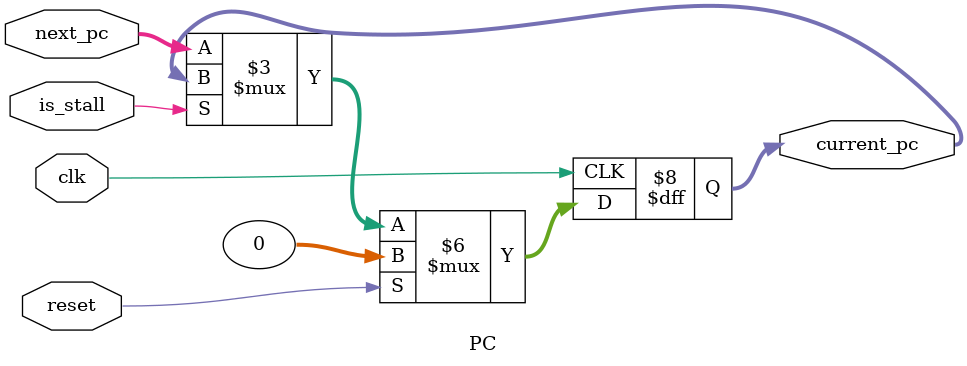
<source format=v>
`include "opcodes.v"
`include "alu_opcodes.v"

module PC(input	reset,
          input clk,
          input is_stall,
          input [31:0] next_pc, // next pc state
          output reg [31:0] current_pc); // current pc state
    
    // Todo
    // update PC at every clock cycle
    // Initialize current pc state
    always @(posedge clk) begin
        // Reset current_pc
        if (reset) begin
            current_pc <= 0;
        end
        else if(is_stall) begin
            current_pc <= current_pc;
        end
        else begin
            current_pc <= next_pc;
        end
    end
endmodule

</source>
